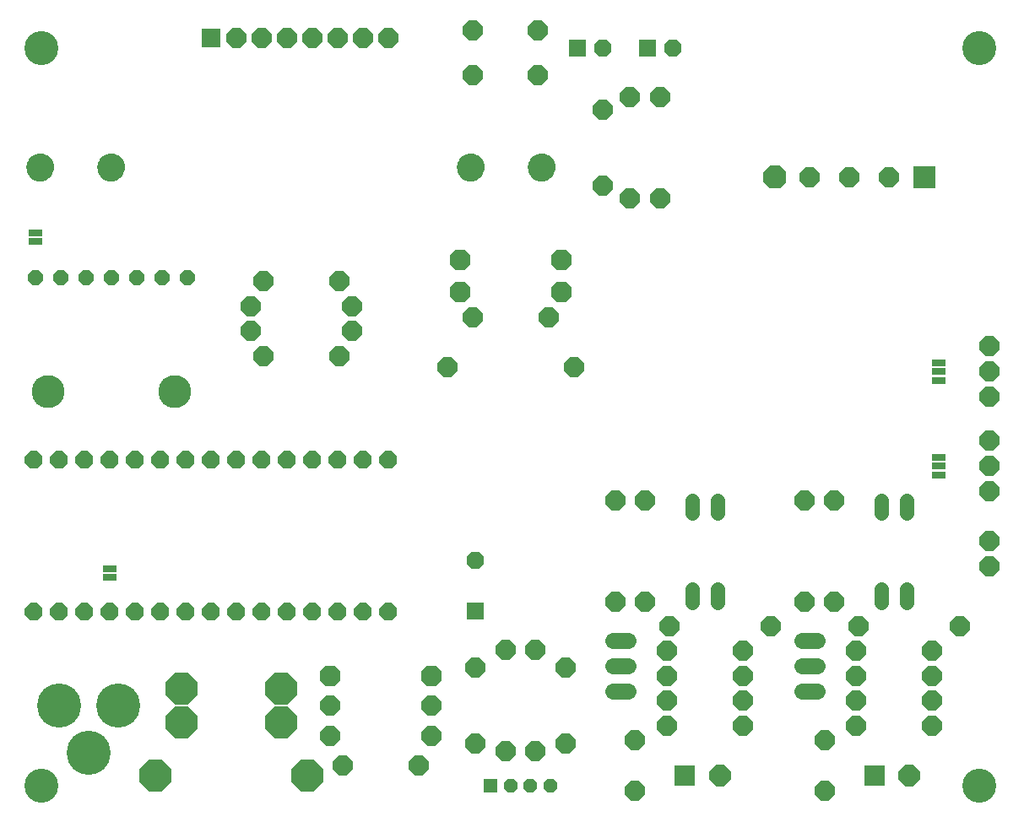
<source format=gbr>
G04 EAGLE Gerber RS-274X export*
G75*
%MOMM*%
%FSLAX34Y34*%
%LPD*%
%INSoldermask Bottom*%
%IPPOS*%
%AMOC8*
5,1,8,0,0,1.08239X$1,22.5*%
G01*
%ADD10P,1.924489X8X112.500000*%
%ADD11P,1.924489X8X292.500000*%
%ADD12P,2.144431X8X292.500000*%
%ADD13P,2.144431X8X112.500000*%
%ADD14C,1.625600*%
%ADD15P,2.144431X8X22.500000*%
%ADD16R,2.133600X2.133600*%
%ADD17P,2.309387X8X22.500000*%
%ADD18C,1.422400*%
%ADD19P,2.144431X8X202.500000*%
%ADD20C,3.403600*%
%ADD21C,4.419600*%
%ADD22P,3.409096X8X202.500000*%
%ADD23P,3.409096X8X22.500000*%
%ADD24P,2.474344X8X112.500000*%
%ADD25R,2.286000X2.286000*%
%ADD26P,1.841795X8X202.500000*%
%ADD27R,1.701600X1.701600*%
%ADD28P,2.254402X8X22.500000*%
%ADD29P,2.254402X8X202.500000*%
%ADD30P,1.896997X8X292.500000*%
%ADD31R,1.752600X1.752600*%
%ADD32R,1.422400X1.422400*%
%ADD33P,1.539592X8X22.500000*%
%ADD34R,1.981200X1.981200*%
%ADD35C,3.301600*%
%ADD36P,1.649562X8X202.500000*%
%ADD37R,1.371600X0.736600*%

G36*
X99637Y635911D02*
X99637Y635911D01*
X99739Y635909D01*
X102113Y636205D01*
X102155Y636219D01*
X102221Y636228D01*
X104507Y636933D01*
X104547Y636953D01*
X104610Y636974D01*
X106739Y638065D01*
X106775Y638092D01*
X106833Y638124D01*
X108740Y639568D01*
X108771Y639601D01*
X108822Y639642D01*
X110450Y641395D01*
X110475Y641433D01*
X110518Y641482D01*
X111817Y643492D01*
X111834Y643533D01*
X111869Y643589D01*
X112799Y645794D01*
X112809Y645837D01*
X112833Y645899D01*
X113366Y648231D01*
X113368Y648276D01*
X113381Y648341D01*
X113501Y650730D01*
X113496Y650771D01*
X113499Y650830D01*
X113258Y653075D01*
X113245Y653118D01*
X113242Y653140D01*
X113242Y653159D01*
X113239Y653166D01*
X113236Y653184D01*
X112609Y655353D01*
X112589Y655393D01*
X112569Y655456D01*
X111575Y657484D01*
X111549Y657520D01*
X111518Y657579D01*
X110186Y659403D01*
X110154Y659434D01*
X110114Y659486D01*
X108486Y661052D01*
X108449Y661077D01*
X108400Y661121D01*
X106525Y662380D01*
X106484Y662398D01*
X106428Y662433D01*
X104363Y663348D01*
X104319Y663358D01*
X104258Y663383D01*
X102065Y663925D01*
X102021Y663928D01*
X101956Y663942D01*
X99703Y664095D01*
X99664Y664091D01*
X99611Y664094D01*
X97337Y663918D01*
X97294Y663906D01*
X97228Y663900D01*
X95020Y663331D01*
X94980Y663312D01*
X94916Y663294D01*
X92840Y662350D01*
X92803Y662325D01*
X92744Y662296D01*
X90863Y661006D01*
X90831Y660975D01*
X90778Y660936D01*
X89150Y659339D01*
X89124Y659303D01*
X89078Y659255D01*
X87752Y657400D01*
X87733Y657360D01*
X87696Y657305D01*
X86712Y655248D01*
X86700Y655205D01*
X86673Y655144D01*
X86062Y652948D01*
X86058Y652903D01*
X86042Y652839D01*
X85821Y650569D01*
X85824Y650528D01*
X85819Y650470D01*
X85959Y648105D01*
X85970Y648062D01*
X85975Y647996D01*
X86524Y645690D01*
X86542Y645650D01*
X86559Y645585D01*
X87500Y643411D01*
X87525Y643373D01*
X87553Y643313D01*
X88857Y641335D01*
X88888Y641303D01*
X88925Y641248D01*
X90553Y639526D01*
X90589Y639500D01*
X90636Y639453D01*
X92538Y638040D01*
X92578Y638020D01*
X92632Y637982D01*
X94751Y636921D01*
X94794Y636908D01*
X94854Y636880D01*
X97125Y636203D01*
X97169Y636198D01*
X97233Y636181D01*
X99587Y635908D01*
X99637Y635911D01*
G37*
G36*
X460317Y635911D02*
X460317Y635911D01*
X460419Y635909D01*
X462793Y636205D01*
X462835Y636219D01*
X462901Y636228D01*
X465187Y636933D01*
X465227Y636953D01*
X465290Y636974D01*
X467419Y638065D01*
X467455Y638092D01*
X467513Y638124D01*
X469420Y639568D01*
X469451Y639601D01*
X469502Y639642D01*
X471130Y641395D01*
X471155Y641433D01*
X471198Y641482D01*
X472497Y643492D01*
X472514Y643533D01*
X472549Y643589D01*
X473479Y645794D01*
X473489Y645837D01*
X473513Y645899D01*
X474046Y648231D01*
X474048Y648276D01*
X474061Y648341D01*
X474181Y650730D01*
X474176Y650771D01*
X474179Y650830D01*
X473938Y653075D01*
X473925Y653118D01*
X473922Y653140D01*
X473922Y653159D01*
X473919Y653166D01*
X473916Y653184D01*
X473289Y655353D01*
X473269Y655393D01*
X473249Y655456D01*
X472255Y657484D01*
X472229Y657520D01*
X472198Y657579D01*
X470866Y659403D01*
X470834Y659434D01*
X470794Y659486D01*
X469166Y661052D01*
X469129Y661077D01*
X469080Y661121D01*
X467205Y662380D01*
X467164Y662398D01*
X467108Y662433D01*
X465043Y663348D01*
X464999Y663358D01*
X464938Y663383D01*
X462745Y663925D01*
X462701Y663928D01*
X462636Y663942D01*
X460383Y664095D01*
X460344Y664091D01*
X460291Y664094D01*
X458017Y663918D01*
X457974Y663906D01*
X457908Y663900D01*
X455700Y663331D01*
X455660Y663312D01*
X455596Y663294D01*
X453520Y662350D01*
X453483Y662325D01*
X453424Y662296D01*
X451543Y661006D01*
X451511Y660975D01*
X451458Y660936D01*
X449830Y659339D01*
X449804Y659303D01*
X449758Y659255D01*
X448432Y657400D01*
X448413Y657360D01*
X448376Y657305D01*
X447392Y655248D01*
X447380Y655205D01*
X447353Y655144D01*
X446742Y652948D01*
X446738Y652903D01*
X446722Y652839D01*
X446501Y650569D01*
X446504Y650528D01*
X446499Y650470D01*
X446639Y648105D01*
X446650Y648062D01*
X446655Y647996D01*
X447204Y645690D01*
X447222Y645650D01*
X447239Y645585D01*
X448180Y643411D01*
X448205Y643373D01*
X448233Y643313D01*
X449537Y641335D01*
X449568Y641303D01*
X449605Y641248D01*
X451233Y639526D01*
X451269Y639500D01*
X451316Y639453D01*
X453218Y638040D01*
X453258Y638020D01*
X453312Y637982D01*
X455431Y636921D01*
X455474Y636908D01*
X455534Y636880D01*
X457805Y636203D01*
X457849Y636198D01*
X457913Y636181D01*
X460267Y635908D01*
X460317Y635911D01*
G37*
G36*
X28517Y635911D02*
X28517Y635911D01*
X28619Y635909D01*
X30993Y636205D01*
X31035Y636219D01*
X31101Y636228D01*
X33387Y636933D01*
X33427Y636953D01*
X33490Y636974D01*
X35619Y638065D01*
X35655Y638092D01*
X35713Y638124D01*
X37620Y639568D01*
X37651Y639601D01*
X37702Y639642D01*
X39330Y641395D01*
X39355Y641433D01*
X39398Y641482D01*
X40697Y643492D01*
X40714Y643533D01*
X40749Y643589D01*
X41679Y645794D01*
X41689Y645837D01*
X41713Y645899D01*
X42246Y648231D01*
X42248Y648276D01*
X42261Y648341D01*
X42381Y650730D01*
X42376Y650771D01*
X42379Y650830D01*
X42138Y653075D01*
X42125Y653118D01*
X42122Y653140D01*
X42122Y653159D01*
X42119Y653166D01*
X42116Y653184D01*
X41489Y655353D01*
X41469Y655393D01*
X41449Y655456D01*
X40455Y657484D01*
X40429Y657520D01*
X40398Y657579D01*
X39066Y659403D01*
X39034Y659434D01*
X38994Y659486D01*
X37366Y661052D01*
X37329Y661077D01*
X37280Y661121D01*
X35405Y662380D01*
X35364Y662398D01*
X35308Y662433D01*
X33243Y663348D01*
X33199Y663358D01*
X33138Y663383D01*
X30945Y663925D01*
X30901Y663928D01*
X30836Y663942D01*
X28583Y664095D01*
X28544Y664091D01*
X28491Y664094D01*
X26217Y663918D01*
X26174Y663906D01*
X26108Y663900D01*
X23900Y663331D01*
X23860Y663312D01*
X23796Y663294D01*
X21720Y662350D01*
X21683Y662325D01*
X21624Y662296D01*
X19743Y661006D01*
X19711Y660975D01*
X19658Y660936D01*
X18030Y659339D01*
X18004Y659303D01*
X17958Y659255D01*
X16632Y657400D01*
X16613Y657360D01*
X16576Y657305D01*
X15592Y655248D01*
X15580Y655205D01*
X15553Y655144D01*
X14942Y652948D01*
X14938Y652903D01*
X14922Y652839D01*
X14701Y650569D01*
X14704Y650528D01*
X14699Y650470D01*
X14839Y648105D01*
X14850Y648062D01*
X14855Y647996D01*
X15404Y645690D01*
X15422Y645650D01*
X15439Y645585D01*
X16380Y643411D01*
X16405Y643373D01*
X16433Y643313D01*
X17737Y641335D01*
X17768Y641303D01*
X17805Y641248D01*
X19433Y639526D01*
X19469Y639500D01*
X19516Y639453D01*
X21418Y638040D01*
X21458Y638020D01*
X21512Y637982D01*
X23631Y636921D01*
X23674Y636908D01*
X23734Y636880D01*
X26005Y636203D01*
X26049Y636198D01*
X26113Y636181D01*
X28467Y635908D01*
X28517Y635911D01*
G37*
G36*
X531437Y635911D02*
X531437Y635911D01*
X531539Y635909D01*
X533913Y636205D01*
X533955Y636219D01*
X534021Y636228D01*
X536307Y636933D01*
X536347Y636953D01*
X536410Y636974D01*
X538539Y638065D01*
X538575Y638092D01*
X538633Y638124D01*
X540540Y639568D01*
X540571Y639601D01*
X540622Y639642D01*
X542250Y641395D01*
X542275Y641433D01*
X542318Y641482D01*
X543617Y643492D01*
X543634Y643533D01*
X543669Y643589D01*
X544599Y645794D01*
X544609Y645837D01*
X544633Y645899D01*
X545166Y648231D01*
X545168Y648276D01*
X545181Y648341D01*
X545301Y650730D01*
X545296Y650771D01*
X545299Y650830D01*
X545058Y653075D01*
X545045Y653118D01*
X545042Y653140D01*
X545042Y653159D01*
X545039Y653166D01*
X545036Y653184D01*
X544409Y655353D01*
X544389Y655393D01*
X544369Y655456D01*
X543375Y657484D01*
X543349Y657520D01*
X543318Y657579D01*
X541986Y659403D01*
X541954Y659434D01*
X541914Y659486D01*
X540286Y661052D01*
X540249Y661077D01*
X540200Y661121D01*
X538325Y662380D01*
X538284Y662398D01*
X538228Y662433D01*
X536163Y663348D01*
X536119Y663358D01*
X536058Y663383D01*
X533865Y663925D01*
X533821Y663928D01*
X533756Y663942D01*
X531503Y664095D01*
X531464Y664091D01*
X531411Y664094D01*
X529137Y663918D01*
X529094Y663906D01*
X529028Y663900D01*
X526820Y663331D01*
X526780Y663312D01*
X526716Y663294D01*
X524640Y662350D01*
X524603Y662325D01*
X524544Y662296D01*
X522663Y661006D01*
X522631Y660975D01*
X522578Y660936D01*
X520950Y659339D01*
X520924Y659303D01*
X520878Y659255D01*
X519552Y657400D01*
X519533Y657360D01*
X519496Y657305D01*
X518512Y655248D01*
X518500Y655205D01*
X518473Y655144D01*
X517862Y652948D01*
X517858Y652903D01*
X517842Y652839D01*
X517621Y650569D01*
X517624Y650528D01*
X517619Y650470D01*
X517759Y648105D01*
X517770Y648062D01*
X517775Y647996D01*
X518324Y645690D01*
X518342Y645650D01*
X518359Y645585D01*
X519300Y643411D01*
X519325Y643373D01*
X519353Y643313D01*
X520657Y641335D01*
X520688Y641303D01*
X520725Y641248D01*
X522353Y639526D01*
X522389Y639500D01*
X522436Y639453D01*
X524338Y638040D01*
X524378Y638020D01*
X524432Y637982D01*
X526551Y636921D01*
X526594Y636908D01*
X526654Y636880D01*
X528925Y636203D01*
X528969Y636198D01*
X529033Y636181D01*
X531387Y635908D01*
X531437Y635911D01*
G37*
D10*
X377800Y356200D03*
X352400Y356200D03*
X327000Y356200D03*
X301600Y356200D03*
X276200Y356200D03*
X250800Y356200D03*
X225400Y356200D03*
X200000Y356200D03*
X174600Y356200D03*
X149200Y356200D03*
X123800Y356200D03*
X98400Y356200D03*
X377800Y203800D03*
X352400Y203800D03*
X327000Y203800D03*
X174600Y203800D03*
X149200Y203800D03*
X123800Y203800D03*
X98400Y203800D03*
X22200Y203800D03*
X22200Y356200D03*
X47600Y356200D03*
X73000Y356200D03*
D11*
X47600Y203800D03*
X73000Y203800D03*
D10*
X301600Y203800D03*
D11*
X200000Y203800D03*
X225400Y203800D03*
X250800Y203800D03*
X276200Y203800D03*
D12*
X635000Y315800D03*
X635000Y214200D03*
D13*
X605000Y214200D03*
X605000Y315800D03*
D14*
X602380Y175400D02*
X617620Y175400D01*
X617620Y150000D02*
X602380Y150000D01*
X602380Y124600D02*
X617620Y124600D01*
D15*
X656900Y90000D03*
X733100Y90000D03*
D16*
X675000Y40000D03*
D17*
X710000Y40000D03*
D18*
X682300Y213692D02*
X682300Y226900D01*
X707700Y226900D02*
X707700Y213692D01*
X707700Y303100D02*
X707700Y316308D01*
X682300Y316308D02*
X682300Y303100D01*
D19*
X760800Y190000D03*
X659200Y190000D03*
X733100Y140000D03*
X656900Y140000D03*
D15*
X656900Y115000D03*
X733100Y115000D03*
D12*
X625000Y75400D03*
X625000Y24600D03*
D20*
X30000Y30000D03*
X970000Y30000D03*
X30000Y770000D03*
X970000Y770000D03*
D21*
X107000Y110000D03*
X47000Y110000D03*
X77000Y63000D03*
D22*
X296200Y40000D03*
X143800Y40000D03*
D23*
X170000Y127000D03*
X170000Y93000D03*
X270000Y127000D03*
X270000Y93000D03*
D19*
X420800Y80000D03*
X319200Y80000D03*
D15*
X319200Y110000D03*
X420800Y110000D03*
X656900Y165000D03*
X733100Y165000D03*
D24*
X765000Y640000D03*
D25*
X915000Y640000D03*
D26*
X592700Y770000D03*
D27*
X567300Y770000D03*
D26*
X662700Y770000D03*
D27*
X637300Y770000D03*
D12*
X825000Y315800D03*
X825000Y214200D03*
D13*
X795000Y214200D03*
X795000Y315800D03*
D14*
X792380Y175400D02*
X807620Y175400D01*
X807620Y150000D02*
X792380Y150000D01*
X792380Y124600D02*
X807620Y124600D01*
D15*
X846900Y90000D03*
X923100Y90000D03*
D16*
X865000Y40000D03*
D17*
X900000Y40000D03*
D18*
X872300Y213692D02*
X872300Y226900D01*
X897700Y226900D02*
X897700Y213692D01*
X897700Y303100D02*
X897700Y316308D01*
X872300Y316308D02*
X872300Y303100D01*
D19*
X950800Y190000D03*
X849200Y190000D03*
X923100Y140000D03*
X846900Y140000D03*
D15*
X846900Y115000D03*
X923100Y115000D03*
D12*
X815000Y75400D03*
X815000Y24600D03*
D15*
X846900Y165000D03*
X923100Y165000D03*
D28*
X319200Y140000D03*
X420800Y140000D03*
D29*
X550800Y557000D03*
X449200Y557000D03*
D12*
X650000Y720800D03*
X650000Y619200D03*
X620000Y720800D03*
X620000Y619200D03*
D19*
X527512Y742394D03*
X462488Y742394D03*
X527512Y787606D03*
X462488Y787606D03*
D15*
X239200Y486000D03*
X340800Y486000D03*
X239200Y511000D03*
X340800Y511000D03*
D30*
X465000Y255400D03*
D31*
X465000Y204600D03*
D32*
X480000Y30000D03*
D33*
X500000Y30000D03*
X520000Y30000D03*
X540000Y30000D03*
D13*
X525000Y64200D03*
X525000Y165800D03*
X495000Y64200D03*
X495000Y165800D03*
D19*
X328100Y461000D03*
X251900Y461000D03*
X328100Y536000D03*
X251900Y536000D03*
D28*
X449200Y525000D03*
X550800Y525000D03*
D19*
X538100Y500000D03*
X461900Y500000D03*
X563500Y450000D03*
X436500Y450000D03*
D12*
X465000Y148100D03*
X465000Y71900D03*
X555000Y148100D03*
X555000Y71900D03*
D13*
X592606Y631900D03*
X592606Y708100D03*
D15*
X331900Y50000D03*
X408100Y50000D03*
D34*
X200000Y780000D03*
D13*
X225400Y780000D03*
X250800Y780000D03*
X276200Y780000D03*
X301600Y780000D03*
X327000Y780000D03*
X352400Y780000D03*
X377800Y780000D03*
D35*
X163500Y425300D03*
X36500Y425300D03*
D36*
X176200Y539600D03*
X150800Y539600D03*
X125400Y539600D03*
X100000Y539600D03*
X74600Y539600D03*
X49200Y539600D03*
X23800Y539600D03*
D37*
X23800Y584500D03*
X23800Y575500D03*
X98400Y238500D03*
X98400Y247500D03*
D19*
X980000Y250000D03*
X980000Y275400D03*
D13*
X880000Y640000D03*
X840000Y640000D03*
X800000Y640000D03*
D19*
X980000Y420000D03*
X980000Y445400D03*
X980000Y470800D03*
X980000Y325000D03*
X980000Y350400D03*
X980000Y375800D03*
D37*
X930000Y454290D03*
X930000Y445400D03*
X930000Y436510D03*
X930000Y359290D03*
X930000Y350400D03*
X930000Y341510D03*
M02*

</source>
